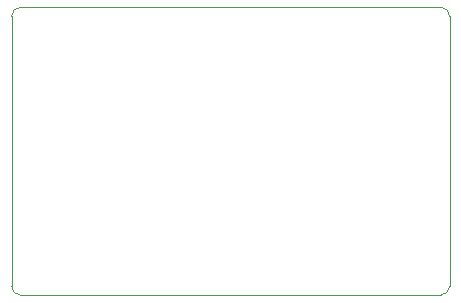
<source format=gbr>
%TF.GenerationSoftware,KiCad,Pcbnew,(5.99.0-2290-gd34f8fd4b)*%
%TF.CreationDate,2020-09-08T20:53:16+02:00*%
%TF.ProjectId,audio-esp32,61756469-6f2d-4657-9370-33322e6b6963,rev?*%
%TF.SameCoordinates,Original*%
%TF.FileFunction,Profile,NP*%
%FSLAX46Y46*%
G04 Gerber Fmt 4.6, Leading zero omitted, Abs format (unit mm)*
G04 Created by KiCad (PCBNEW (5.99.0-2290-gd34f8fd4b)) date 2020-09-08 20:53:16*
%MOMM*%
%LPD*%
G01*
G04 APERTURE LIST*
%TA.AperFunction,Profile*%
%ADD10C,0.100000*%
%TD*%
G04 APERTURE END LIST*
D10*
X129540000Y-90678000D02*
X165100000Y-90678000D01*
X128778000Y-67056000D02*
X128778000Y-89916000D01*
X165100000Y-66294000D02*
X129540000Y-66294000D01*
X165862000Y-89916000D02*
X165862000Y-67056000D01*
X165862000Y-89916000D02*
G75*
G02*
X165100000Y-90678000I-762000J0D01*
G01*
X129540000Y-90678000D02*
G75*
G02*
X128778000Y-89916000I0J762000D01*
G01*
X128778000Y-67056000D02*
G75*
G02*
X129540000Y-66294000I762000J0D01*
G01*
X165100000Y-66294000D02*
G75*
G02*
X165862000Y-67056000I0J-762000D01*
G01*
M02*

</source>
